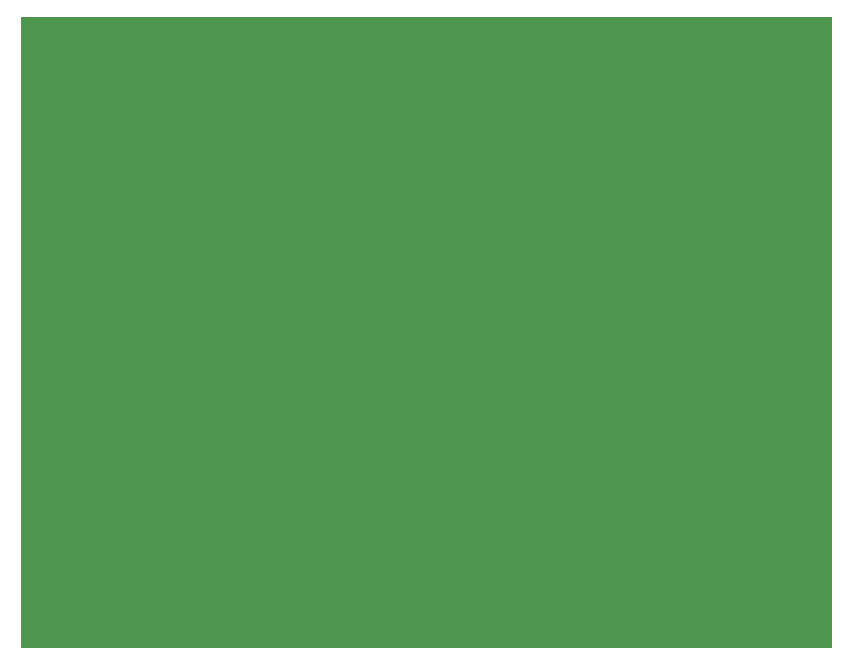
<source format=gbr>
%TF.GenerationSoftware,KiCad,Pcbnew,(5.1.8)-1*%
%TF.CreationDate,2022-01-26T04:46:28+03:00*%
%TF.ProjectId,Proto50x70-4er,50726f74-6f35-4307-9837-302d3465722e,rev?*%
%TF.SameCoordinates,Original*%
%TF.FileFunction,Soldermask,Bot*%
%TF.FilePolarity,Negative*%
%FSLAX46Y46*%
G04 Gerber Fmt 4.6, Leading zero omitted, Abs format (unit mm)*
G04 Created by KiCad (PCBNEW (5.1.8)-1) date 2022-01-26 04:46:28*
%MOMM*%
%LPD*%
G01*
G04 APERTURE LIST*
%ADD10C,0.100000*%
G04 APERTURE END LIST*
D10*
G36*
X119380000Y-78740000D02*
G01*
X50800000Y-78740000D01*
X50800000Y-25400000D01*
X119380000Y-25400000D01*
X119380000Y-78740000D01*
G37*
X119380000Y-78740000D02*
X50800000Y-78740000D01*
X50800000Y-25400000D01*
X119380000Y-25400000D01*
X119380000Y-78740000D01*
M02*

</source>
